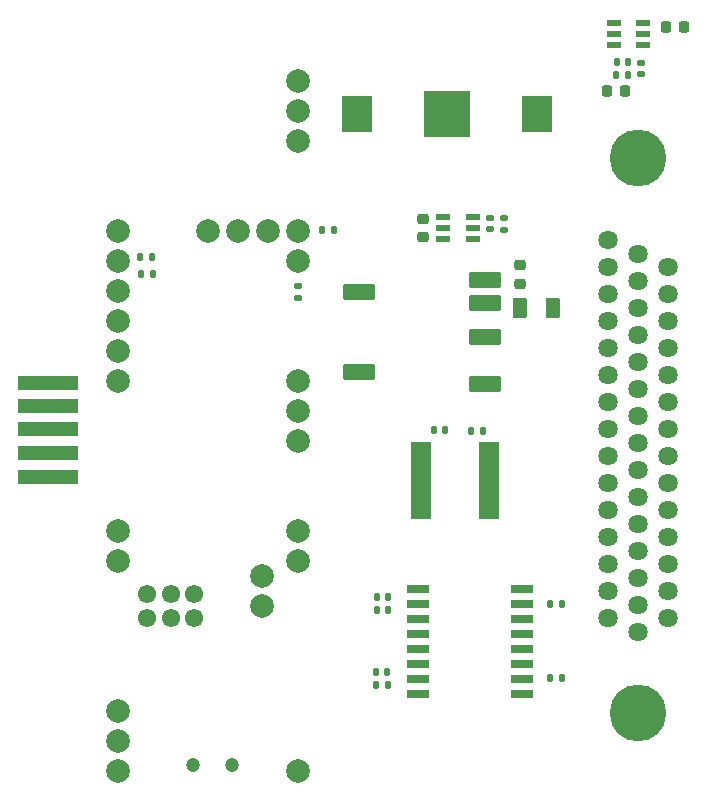
<source format=gts>
G04 #@! TF.GenerationSoftware,KiCad,Pcbnew,7.0.10*
G04 #@! TF.CreationDate,2024-12-23T22:27:09-08:00*
G04 #@! TF.ProjectId,accessory_v2,61636365-7373-46f7-9279-5f76322e6b69,rev?*
G04 #@! TF.SameCoordinates,Original*
G04 #@! TF.FileFunction,Soldermask,Top*
G04 #@! TF.FilePolarity,Negative*
%FSLAX46Y46*%
G04 Gerber Fmt 4.6, Leading zero omitted, Abs format (unit mm)*
G04 Created by KiCad (PCBNEW 7.0.10) date 2024-12-23 22:27:09*
%MOMM*%
%LPD*%
G01*
G04 APERTURE LIST*
G04 Aperture macros list*
%AMRoundRect*
0 Rectangle with rounded corners*
0 $1 Rounding radius*
0 $2 $3 $4 $5 $6 $7 $8 $9 X,Y pos of 4 corners*
0 Add a 4 corners polygon primitive as box body*
4,1,4,$2,$3,$4,$5,$6,$7,$8,$9,$2,$3,0*
0 Add four circle primitives for the rounded corners*
1,1,$1+$1,$2,$3*
1,1,$1+$1,$4,$5*
1,1,$1+$1,$6,$7*
1,1,$1+$1,$8,$9*
0 Add four rect primitives between the rounded corners*
20,1,$1+$1,$2,$3,$4,$5,0*
20,1,$1+$1,$4,$5,$6,$7,0*
20,1,$1+$1,$6,$7,$8,$9,0*
20,1,$1+$1,$8,$9,$2,$3,0*%
G04 Aperture macros list end*
%ADD10RoundRect,0.140000X0.140000X0.170000X-0.140000X0.170000X-0.140000X-0.170000X0.140000X-0.170000X0*%
%ADD11RoundRect,0.140000X-0.170000X0.140000X-0.170000X-0.140000X0.170000X-0.140000X0.170000X0.140000X0*%
%ADD12C,1.638000*%
%ADD13C,4.801000*%
%ADD14RoundRect,0.076750X-0.810250X-0.230250X0.810250X-0.230250X0.810250X0.230250X-0.810250X0.230250X0*%
%ADD15R,1.200000X0.600000*%
%ADD16R,3.960000X3.960000*%
%ADD17R,2.540000X3.170000*%
%ADD18RoundRect,0.135000X-0.135000X-0.185000X0.135000X-0.185000X0.135000X0.185000X-0.135000X0.185000X0*%
%ADD19RoundRect,0.102000X-1.220000X-0.600000X1.220000X-0.600000X1.220000X0.600000X-1.220000X0.600000X0*%
%ADD20RoundRect,0.225000X0.250000X-0.225000X0.250000X0.225000X-0.250000X0.225000X-0.250000X-0.225000X0*%
%ADD21RoundRect,0.225000X0.225000X0.250000X-0.225000X0.250000X-0.225000X-0.250000X0.225000X-0.250000X0*%
%ADD22RoundRect,0.140000X-0.140000X-0.170000X0.140000X-0.170000X0.140000X0.170000X-0.140000X0.170000X0*%
%ADD23R,1.910000X0.640000*%
%ADD24R,5.200000X1.250000*%
%ADD25RoundRect,0.225000X-0.225000X-0.250000X0.225000X-0.250000X0.225000X0.250000X-0.225000X0.250000X0*%
%ADD26C,2.004000*%
%ADD27C,1.204000*%
%ADD28C,1.554000*%
%ADD29RoundRect,0.250000X-0.375000X-0.625000X0.375000X-0.625000X0.375000X0.625000X-0.375000X0.625000X0*%
%ADD30RoundRect,0.135000X-0.185000X0.135000X-0.185000X-0.135000X0.185000X-0.135000X0.185000X0.135000X0*%
G04 APERTURE END LIST*
D10*
X31780000Y-60410000D03*
X30820000Y-60410000D03*
D11*
X41610000Y-22010000D03*
X41610000Y-22970000D03*
D12*
X50460000Y-55869000D03*
X50460000Y-53583000D03*
X50460000Y-51297000D03*
X50460000Y-49011000D03*
X50460000Y-46725000D03*
X50460000Y-44439000D03*
X50460000Y-42153000D03*
X50460000Y-39867000D03*
X50460000Y-37581000D03*
X50460000Y-35295000D03*
X50460000Y-33009000D03*
X50460000Y-30723000D03*
X50460000Y-28437000D03*
X50460000Y-26151000D03*
X50460000Y-23865000D03*
X53000000Y-57012000D03*
X53000000Y-54726000D03*
X53000000Y-52440000D03*
X53000000Y-50154000D03*
X53000000Y-47868000D03*
X53000000Y-45582000D03*
X53000000Y-43296000D03*
X53000000Y-41010000D03*
X53000000Y-38724000D03*
X53000000Y-36438000D03*
X53000000Y-34152000D03*
X53000000Y-31866000D03*
X53000000Y-29580000D03*
X53000000Y-27294000D03*
X53000000Y-25008000D03*
X55540000Y-55869000D03*
X55540000Y-53583000D03*
X55540000Y-51297000D03*
X55540000Y-49011000D03*
X55540000Y-46725000D03*
X55540000Y-44439000D03*
X55540000Y-42153000D03*
X55540000Y-39867000D03*
X55540000Y-37581000D03*
X55540000Y-35295000D03*
X55540000Y-33009000D03*
X55540000Y-30723000D03*
X55540000Y-28437000D03*
X55540000Y-26151000D03*
D13*
X53000000Y-63895000D03*
X53000000Y-16855000D03*
D14*
X34625000Y-41255000D03*
X34625000Y-41905000D03*
X34625000Y-42555000D03*
X34625000Y-43205000D03*
X34625000Y-43855000D03*
X34625000Y-44505000D03*
X34625000Y-45155000D03*
X34625000Y-45805000D03*
X34625000Y-46455000D03*
X34625000Y-47105000D03*
X40365000Y-47105000D03*
X40365000Y-46455000D03*
X40365000Y-45805000D03*
X40365000Y-45155000D03*
X40365000Y-44505000D03*
X40365000Y-43855000D03*
X40365000Y-43205000D03*
X40365000Y-42555000D03*
X40365000Y-41905000D03*
X40365000Y-41255000D03*
D10*
X52160000Y-8780000D03*
X51200000Y-8780000D03*
X31830000Y-55170000D03*
X30870000Y-55170000D03*
D11*
X40420000Y-21980000D03*
X40420000Y-22940000D03*
D15*
X38990000Y-23790000D03*
X38990000Y-22840000D03*
X38990000Y-21890000D03*
X36490000Y-21890000D03*
X36490000Y-22840000D03*
X36490000Y-23790000D03*
D16*
X36810000Y-13190000D03*
D17*
X44430000Y-13190000D03*
X29190000Y-13190000D03*
D18*
X10890000Y-26720000D03*
X11910000Y-26720000D03*
D19*
X40010000Y-27210000D03*
X40010000Y-29210000D03*
X40010000Y-32010000D03*
X40010000Y-36010000D03*
X29370000Y-28210000D03*
X29370000Y-35010000D03*
D18*
X45520000Y-54660000D03*
X46540000Y-54660000D03*
D20*
X42980000Y-27545000D03*
X42980000Y-25995000D03*
D15*
X50950000Y-5450000D03*
X50950000Y-6400000D03*
X50950000Y-7350000D03*
X53450000Y-7350000D03*
X53450000Y-6400000D03*
X53450000Y-5450000D03*
D21*
X51925000Y-11220000D03*
X50375000Y-11220000D03*
D10*
X39830000Y-39980000D03*
X38870000Y-39980000D03*
D22*
X35710000Y-39890000D03*
X36670000Y-39890000D03*
D18*
X26270000Y-22960000D03*
X27290000Y-22960000D03*
X45520000Y-60960000D03*
X46540000Y-60960000D03*
D10*
X52130000Y-9880000D03*
X51170000Y-9880000D03*
D23*
X34385000Y-53395000D03*
X34385000Y-54665000D03*
X34385000Y-55935000D03*
X34385000Y-57205000D03*
X34385000Y-58475000D03*
X34385000Y-59745000D03*
X34385000Y-61015000D03*
X34385000Y-62285000D03*
X43155000Y-62285000D03*
X43155000Y-61015000D03*
X43155000Y-59745000D03*
X43155000Y-58475000D03*
X43155000Y-57205000D03*
X43155000Y-55935000D03*
X43155000Y-54665000D03*
X43155000Y-53395000D03*
D24*
X3000000Y-35975000D03*
X3000000Y-37875000D03*
X3000000Y-39875000D03*
X3000000Y-41875000D03*
X3000000Y-43875000D03*
D11*
X53230000Y-8850000D03*
X53230000Y-9810000D03*
D25*
X55355000Y-5790000D03*
X56905000Y-5790000D03*
D18*
X10850000Y-25270000D03*
X11870000Y-25270000D03*
D20*
X34800000Y-23595000D03*
X34800000Y-22045000D03*
D10*
X31790000Y-61540000D03*
X30830000Y-61540000D03*
X31840000Y-54090000D03*
X30880000Y-54090000D03*
D26*
X8980000Y-63720000D03*
X19140000Y-23080000D03*
X24220000Y-51020000D03*
X24220000Y-48480000D03*
X24220000Y-40860000D03*
X24220000Y-38320000D03*
X24220000Y-35780000D03*
X8980000Y-35780000D03*
X8980000Y-48480000D03*
X8980000Y-51020000D03*
X24220000Y-25620000D03*
X24220000Y-23080000D03*
X24220000Y-15460000D03*
X24220000Y-12920000D03*
X24220000Y-10380000D03*
X8980000Y-23080000D03*
X8980000Y-25620000D03*
X8980000Y-28160000D03*
X8980000Y-30700000D03*
D27*
X18632000Y-68288000D03*
X15330000Y-68288000D03*
D26*
X24220000Y-68800000D03*
X8980000Y-33240000D03*
X8980000Y-66260000D03*
X16600000Y-23080000D03*
D28*
X13430000Y-53830000D03*
X13430000Y-55830000D03*
X11430000Y-55830000D03*
X11430000Y-53830000D03*
X15430000Y-53830000D03*
X15430000Y-55830000D03*
D26*
X21170000Y-54830000D03*
X21170000Y-52290000D03*
X21680000Y-23080000D03*
X8980000Y-68800000D03*
D29*
X42990000Y-29630000D03*
X45790000Y-29630000D03*
D30*
X24240000Y-27740000D03*
X24240000Y-28760000D03*
M02*

</source>
